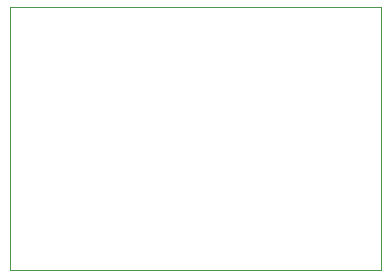
<source format=gm1>
G04 #@! TF.GenerationSoftware,KiCad,Pcbnew,6.0.8+dfsg-1~bpo11+1*
G04 #@! TF.CreationDate,2023-03-31T17:36:42-04:00*
G04 #@! TF.ProjectId,IQS550_captouch_breakout,49515335-3530-45f6-9361-70746f756368,rev?*
G04 #@! TF.SameCoordinates,Original*
G04 #@! TF.FileFunction,Profile,NP*
%FSLAX46Y46*%
G04 Gerber Fmt 4.6, Leading zero omitted, Abs format (unit mm)*
G04 Created by KiCad (PCBNEW 6.0.8+dfsg-1~bpo11+1) date 2023-03-31 17:36:42*
%MOMM*%
%LPD*%
G01*
G04 APERTURE LIST*
G04 #@! TA.AperFunction,Profile*
%ADD10C,0.100000*%
G04 #@! TD*
G04 APERTURE END LIST*
D10*
X127275000Y-106425000D02*
X158725000Y-106425000D01*
X158725000Y-106425000D02*
X158725000Y-84200000D01*
X158725000Y-84200000D02*
X127275000Y-84200000D01*
X127275000Y-84200000D02*
X127275000Y-106425000D01*
M02*

</source>
